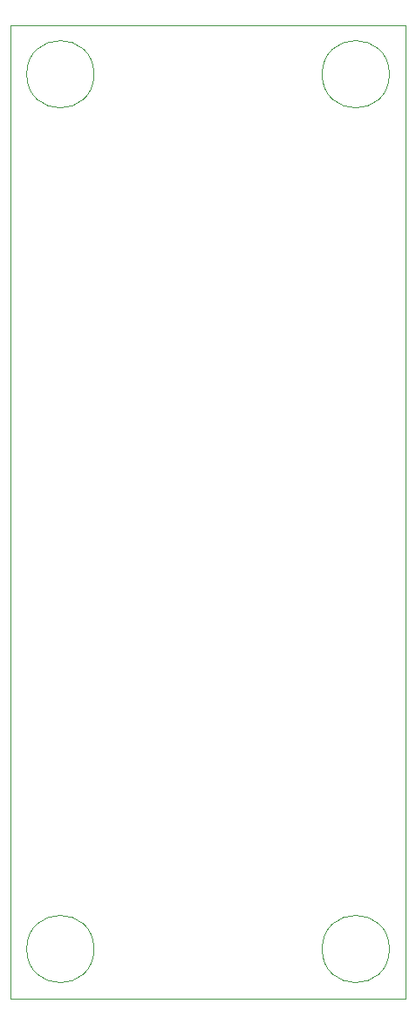
<source format=gm1>
%TF.GenerationSoftware,KiCad,Pcbnew,7.0.2*%
%TF.CreationDate,2023-08-01T20:03:33-04:00*%
%TF.ProjectId,imu-testbed,696d752d-7465-4737-9462-65642e6b6963,rev?*%
%TF.SameCoordinates,Original*%
%TF.FileFunction,Profile,NP*%
%FSLAX46Y46*%
G04 Gerber Fmt 4.6, Leading zero omitted, Abs format (unit mm)*
G04 Created by KiCad (PCBNEW 7.0.2) date 2023-08-01 20:03:33*
%MOMM*%
%LPD*%
G01*
G04 APERTURE LIST*
%TA.AperFunction,Profile*%
%ADD10C,0.100000*%
%TD*%
G04 APERTURE END LIST*
D10*
X155284000Y-154473000D02*
G75*
G03*
X155284000Y-154473000I-3265000J0D01*
G01*
X126600000Y-154473000D02*
G75*
G03*
X126600000Y-154473000I-3265000J0D01*
G01*
X126600000Y-69559000D02*
G75*
G03*
X126600000Y-69559000I-3265000J0D01*
G01*
X155284000Y-69559000D02*
G75*
G03*
X155284000Y-69559000I-3265000J0D01*
G01*
X118491000Y-64770000D02*
X156845000Y-64770000D01*
X156845000Y-159334200D01*
X118491000Y-159334200D01*
X118491000Y-64770000D01*
M02*

</source>
